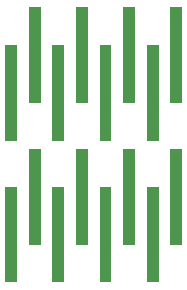
<source format=gbr>
G04 #@! TF.GenerationSoftware,KiCad,Pcbnew,5.0.2-bee76a0~70~ubuntu18.04.1*
G04 #@! TF.CreationDate,2019-03-08T21:19:01-05:00*
G04 #@! TF.ProjectId,2mm100mil-headers,326d6d31-3030-46d6-996c-2d6865616465,rev?*
G04 #@! TF.SameCoordinates,Original*
G04 #@! TF.FileFunction,Soldermask,Top*
G04 #@! TF.FilePolarity,Negative*
%FSLAX46Y46*%
G04 Gerber Fmt 4.6, Leading zero omitted, Abs format (unit mm)*
G04 Created by KiCad (PCBNEW 5.0.2-bee76a0~70~ubuntu18.04.1) date Fri 08 Mar 2019 21:19:01 EST*
%MOMM*%
%LPD*%
G01*
G04 APERTURE LIST*
%ADD10C,0.100000*%
G04 APERTURE END LIST*
D10*
G36*
X111101000Y-113251000D02*
X110099000Y-113251000D01*
X110099000Y-105149000D01*
X111101000Y-105149000D01*
X111101000Y-113251000D01*
X111101000Y-113251000D01*
G37*
G36*
X103101000Y-113251000D02*
X102099000Y-113251000D01*
X102099000Y-105149000D01*
X103101000Y-105149000D01*
X103101000Y-113251000D01*
X103101000Y-113251000D01*
G37*
G36*
X107101000Y-113251000D02*
X106099000Y-113251000D01*
X106099000Y-105149000D01*
X107101000Y-105149000D01*
X107101000Y-113251000D01*
X107101000Y-113251000D01*
G37*
G36*
X115101000Y-113251000D02*
X114099000Y-113251000D01*
X114099000Y-105149000D01*
X115101000Y-105149000D01*
X115101000Y-113251000D01*
X115101000Y-113251000D01*
G37*
G36*
X105101000Y-110051000D02*
X104099000Y-110051000D01*
X104099000Y-101949000D01*
X105101000Y-101949000D01*
X105101000Y-110051000D01*
X105101000Y-110051000D01*
G37*
G36*
X113101000Y-110051000D02*
X112099000Y-110051000D01*
X112099000Y-101949000D01*
X113101000Y-101949000D01*
X113101000Y-110051000D01*
X113101000Y-110051000D01*
G37*
G36*
X109101000Y-110051000D02*
X108099000Y-110051000D01*
X108099000Y-101949000D01*
X109101000Y-101949000D01*
X109101000Y-110051000D01*
X109101000Y-110051000D01*
G37*
G36*
X117101000Y-110051000D02*
X116099000Y-110051000D01*
X116099000Y-101949000D01*
X117101000Y-101949000D01*
X117101000Y-110051000D01*
X117101000Y-110051000D01*
G37*
G36*
X115101000Y-101251000D02*
X114099000Y-101251000D01*
X114099000Y-93149000D01*
X115101000Y-93149000D01*
X115101000Y-101251000D01*
X115101000Y-101251000D01*
G37*
G36*
X111101000Y-101251000D02*
X110099000Y-101251000D01*
X110099000Y-93149000D01*
X111101000Y-93149000D01*
X111101000Y-101251000D01*
X111101000Y-101251000D01*
G37*
G36*
X107101000Y-101251000D02*
X106099000Y-101251000D01*
X106099000Y-93149000D01*
X107101000Y-93149000D01*
X107101000Y-101251000D01*
X107101000Y-101251000D01*
G37*
G36*
X103101000Y-101251000D02*
X102099000Y-101251000D01*
X102099000Y-93149000D01*
X103101000Y-93149000D01*
X103101000Y-101251000D01*
X103101000Y-101251000D01*
G37*
G36*
X105101000Y-98051000D02*
X104099000Y-98051000D01*
X104099000Y-89949000D01*
X105101000Y-89949000D01*
X105101000Y-98051000D01*
X105101000Y-98051000D01*
G37*
G36*
X109101000Y-98051000D02*
X108099000Y-98051000D01*
X108099000Y-89949000D01*
X109101000Y-89949000D01*
X109101000Y-98051000D01*
X109101000Y-98051000D01*
G37*
G36*
X113101000Y-98051000D02*
X112099000Y-98051000D01*
X112099000Y-89949000D01*
X113101000Y-89949000D01*
X113101000Y-98051000D01*
X113101000Y-98051000D01*
G37*
G36*
X117101000Y-98051000D02*
X116099000Y-98051000D01*
X116099000Y-89949000D01*
X117101000Y-89949000D01*
X117101000Y-98051000D01*
X117101000Y-98051000D01*
G37*
M02*

</source>
